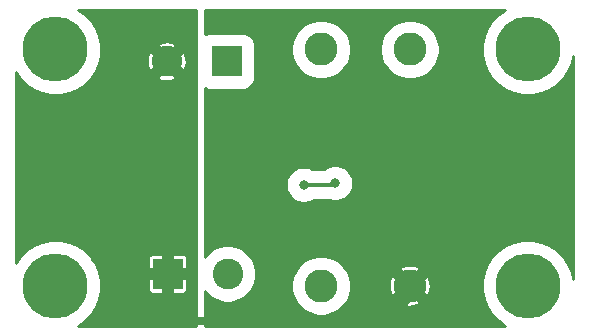
<source format=gbl>
%TF.GenerationSoftware,KiCad,Pcbnew,(5.1.6)-1*%
%TF.CreationDate,2020-08-13T16:19:10+01:00*%
%TF.ProjectId,current_sense,63757272-656e-4745-9f73-656e73652e6b,rev?*%
%TF.SameCoordinates,Original*%
%TF.FileFunction,Copper,L2,Bot*%
%TF.FilePolarity,Positive*%
%FSLAX46Y46*%
G04 Gerber Fmt 4.6, Leading zero omitted, Abs format (unit mm)*
G04 Created by KiCad (PCBNEW (5.1.6)-1) date 2020-08-13 16:19:10*
%MOMM*%
%LPD*%
G01*
G04 APERTURE LIST*
%TA.AperFunction,ComponentPad*%
%ADD10C,2.800000*%
%TD*%
%TA.AperFunction,ComponentPad*%
%ADD11C,2.600000*%
%TD*%
%TA.AperFunction,ComponentPad*%
%ADD12R,2.600000X2.600000*%
%TD*%
%TA.AperFunction,ViaPad*%
%ADD13C,5.500000*%
%TD*%
%TA.AperFunction,ViaPad*%
%ADD14C,2.032000*%
%TD*%
%TA.AperFunction,ViaPad*%
%ADD15C,0.800000*%
%TD*%
%TA.AperFunction,Conductor*%
%ADD16C,0.635000*%
%TD*%
%TA.AperFunction,Conductor*%
%ADD17C,0.304800*%
%TD*%
%TA.AperFunction,Conductor*%
%ADD18C,0.254000*%
%TD*%
G04 APERTURE END LIST*
D10*
%TO.P,TP4,1*%
%TO.N,Net-(TP4-Pad1)*%
X130000000Y-100000000D03*
%TD*%
%TO.P,TP3,1*%
%TO.N,VDD*%
X137500000Y-80000000D03*
%TD*%
%TO.P,TP2,1*%
%TO.N,GND*%
X137500000Y-100000000D03*
%TD*%
%TO.P,TP1,1*%
%TO.N,Net-(TP1-Pad1)*%
X130000000Y-80000000D03*
%TD*%
D11*
%TO.P,J2,2*%
%TO.N,/SENSE_N*%
X122080000Y-99000000D03*
D12*
%TO.P,J2,1*%
%TO.N,GND*%
X117000000Y-99000000D03*
%TD*%
D11*
%TO.P,J1,2*%
%TO.N,GND*%
X116920000Y-81000000D03*
D12*
%TO.P,J1,1*%
%TO.N,VDD*%
X122000000Y-81000000D03*
%TD*%
D13*
%TO.N,*%
X147500000Y-80000000D03*
X147500000Y-100000000D03*
X107500000Y-80000000D03*
X107500000Y-100000000D03*
D14*
%TO.N,GND*%
X140000000Y-90500000D03*
X138000000Y-94500000D03*
D15*
%TO.N,/SENSE_N*%
X128524000Y-91440000D03*
X131191000Y-91313000D03*
%TD*%
D16*
%TO.N,GND*%
X117000000Y-99000000D02*
X117000000Y-101000000D01*
X117000000Y-101000000D02*
X119000000Y-103000000D01*
X119000000Y-103000000D02*
X135500000Y-103000000D01*
X137500000Y-101000000D02*
X137500000Y-100000000D01*
X135500000Y-103000000D02*
X137500000Y-101000000D01*
D17*
%TO.N,/SENSE_N*%
X128524000Y-91440000D02*
X131064000Y-91440000D01*
X131064000Y-91440000D02*
X131191000Y-91313000D01*
%TD*%
D18*
%TO.N,GND*%
G36*
X119373000Y-103373000D02*
G01*
X109430364Y-103373000D01*
X109971443Y-103011462D01*
X110511462Y-102471443D01*
X110935753Y-101836448D01*
X111228009Y-101130879D01*
X111377000Y-100381851D01*
X111377000Y-100300000D01*
X115321176Y-100300000D01*
X115328455Y-100373905D01*
X115350012Y-100444970D01*
X115385019Y-100510463D01*
X115432131Y-100567869D01*
X115489537Y-100614981D01*
X115555030Y-100649988D01*
X115626095Y-100671545D01*
X115700000Y-100678824D01*
X116532750Y-100677000D01*
X116627000Y-100582750D01*
X116627000Y-99373000D01*
X117373000Y-99373000D01*
X117373000Y-100582750D01*
X117467250Y-100677000D01*
X118300000Y-100678824D01*
X118373905Y-100671545D01*
X118444970Y-100649988D01*
X118510463Y-100614981D01*
X118567869Y-100567869D01*
X118614981Y-100510463D01*
X118649988Y-100444970D01*
X118671545Y-100373905D01*
X118678824Y-100300000D01*
X118677000Y-99467250D01*
X118582750Y-99373000D01*
X117373000Y-99373000D01*
X116627000Y-99373000D01*
X115417250Y-99373000D01*
X115323000Y-99467250D01*
X115321176Y-100300000D01*
X111377000Y-100300000D01*
X111377000Y-99618149D01*
X111228009Y-98869121D01*
X110935753Y-98163552D01*
X110626017Y-97700000D01*
X115321176Y-97700000D01*
X115323000Y-98532750D01*
X115417250Y-98627000D01*
X116627000Y-98627000D01*
X116627000Y-97417250D01*
X117373000Y-97417250D01*
X117373000Y-98627000D01*
X118582750Y-98627000D01*
X118677000Y-98532750D01*
X118678824Y-97700000D01*
X118671545Y-97626095D01*
X118649988Y-97555030D01*
X118614981Y-97489537D01*
X118567869Y-97432131D01*
X118510463Y-97385019D01*
X118444970Y-97350012D01*
X118373905Y-97328455D01*
X118300000Y-97321176D01*
X117467250Y-97323000D01*
X117373000Y-97417250D01*
X116627000Y-97417250D01*
X116532750Y-97323000D01*
X115700000Y-97321176D01*
X115626095Y-97328455D01*
X115555030Y-97350012D01*
X115489537Y-97385019D01*
X115432131Y-97432131D01*
X115385019Y-97489537D01*
X115350012Y-97555030D01*
X115328455Y-97626095D01*
X115321176Y-97700000D01*
X110626017Y-97700000D01*
X110511462Y-97528557D01*
X109971443Y-96988538D01*
X109336448Y-96564247D01*
X108630879Y-96271991D01*
X107881851Y-96123000D01*
X107118149Y-96123000D01*
X106369121Y-96271991D01*
X105663552Y-96564247D01*
X105028557Y-96988538D01*
X104488538Y-97528557D01*
X104127000Y-98069636D01*
X104127000Y-81930364D01*
X104488538Y-82471443D01*
X105028557Y-83011462D01*
X105663552Y-83435753D01*
X106369121Y-83728009D01*
X107118149Y-83877000D01*
X107881851Y-83877000D01*
X108630879Y-83728009D01*
X109336448Y-83435753D01*
X109971443Y-83011462D01*
X110511462Y-82471443D01*
X110587727Y-82357304D01*
X116090197Y-82357304D01*
X116255848Y-82548713D01*
X116570749Y-82648525D01*
X116899071Y-82684985D01*
X117228197Y-82656691D01*
X117545480Y-82564732D01*
X117584152Y-82548713D01*
X117749803Y-82357304D01*
X116920000Y-81527502D01*
X116090197Y-82357304D01*
X110587727Y-82357304D01*
X110935753Y-81836448D01*
X111228009Y-81130879D01*
X111258205Y-80979071D01*
X115235015Y-80979071D01*
X115263309Y-81308197D01*
X115355268Y-81625480D01*
X115371287Y-81664152D01*
X115562696Y-81829803D01*
X116392498Y-81000000D01*
X117447502Y-81000000D01*
X118277304Y-81829803D01*
X118468713Y-81664152D01*
X118568525Y-81349251D01*
X118604985Y-81020929D01*
X118576691Y-80691803D01*
X118484732Y-80374520D01*
X118468713Y-80335848D01*
X118277304Y-80170197D01*
X117447502Y-81000000D01*
X116392498Y-81000000D01*
X115562696Y-80170197D01*
X115371287Y-80335848D01*
X115271475Y-80650749D01*
X115235015Y-80979071D01*
X111258205Y-80979071D01*
X111377000Y-80381851D01*
X111377000Y-79642696D01*
X116090197Y-79642696D01*
X116920000Y-80472498D01*
X117749803Y-79642696D01*
X117584152Y-79451287D01*
X117269251Y-79351475D01*
X116940929Y-79315015D01*
X116611803Y-79343309D01*
X116294520Y-79435268D01*
X116255848Y-79451287D01*
X116090197Y-79642696D01*
X111377000Y-79642696D01*
X111377000Y-79618149D01*
X111228009Y-78869121D01*
X110935753Y-78163552D01*
X110511462Y-77528557D01*
X109971443Y-76988538D01*
X109430364Y-76627000D01*
X119373000Y-76627000D01*
X119373000Y-103373000D01*
G37*
X119373000Y-103373000D02*
X109430364Y-103373000D01*
X109971443Y-103011462D01*
X110511462Y-102471443D01*
X110935753Y-101836448D01*
X111228009Y-101130879D01*
X111377000Y-100381851D01*
X111377000Y-100300000D01*
X115321176Y-100300000D01*
X115328455Y-100373905D01*
X115350012Y-100444970D01*
X115385019Y-100510463D01*
X115432131Y-100567869D01*
X115489537Y-100614981D01*
X115555030Y-100649988D01*
X115626095Y-100671545D01*
X115700000Y-100678824D01*
X116532750Y-100677000D01*
X116627000Y-100582750D01*
X116627000Y-99373000D01*
X117373000Y-99373000D01*
X117373000Y-100582750D01*
X117467250Y-100677000D01*
X118300000Y-100678824D01*
X118373905Y-100671545D01*
X118444970Y-100649988D01*
X118510463Y-100614981D01*
X118567869Y-100567869D01*
X118614981Y-100510463D01*
X118649988Y-100444970D01*
X118671545Y-100373905D01*
X118678824Y-100300000D01*
X118677000Y-99467250D01*
X118582750Y-99373000D01*
X117373000Y-99373000D01*
X116627000Y-99373000D01*
X115417250Y-99373000D01*
X115323000Y-99467250D01*
X115321176Y-100300000D01*
X111377000Y-100300000D01*
X111377000Y-99618149D01*
X111228009Y-98869121D01*
X110935753Y-98163552D01*
X110626017Y-97700000D01*
X115321176Y-97700000D01*
X115323000Y-98532750D01*
X115417250Y-98627000D01*
X116627000Y-98627000D01*
X116627000Y-97417250D01*
X117373000Y-97417250D01*
X117373000Y-98627000D01*
X118582750Y-98627000D01*
X118677000Y-98532750D01*
X118678824Y-97700000D01*
X118671545Y-97626095D01*
X118649988Y-97555030D01*
X118614981Y-97489537D01*
X118567869Y-97432131D01*
X118510463Y-97385019D01*
X118444970Y-97350012D01*
X118373905Y-97328455D01*
X118300000Y-97321176D01*
X117467250Y-97323000D01*
X117373000Y-97417250D01*
X116627000Y-97417250D01*
X116532750Y-97323000D01*
X115700000Y-97321176D01*
X115626095Y-97328455D01*
X115555030Y-97350012D01*
X115489537Y-97385019D01*
X115432131Y-97432131D01*
X115385019Y-97489537D01*
X115350012Y-97555030D01*
X115328455Y-97626095D01*
X115321176Y-97700000D01*
X110626017Y-97700000D01*
X110511462Y-97528557D01*
X109971443Y-96988538D01*
X109336448Y-96564247D01*
X108630879Y-96271991D01*
X107881851Y-96123000D01*
X107118149Y-96123000D01*
X106369121Y-96271991D01*
X105663552Y-96564247D01*
X105028557Y-96988538D01*
X104488538Y-97528557D01*
X104127000Y-98069636D01*
X104127000Y-81930364D01*
X104488538Y-82471443D01*
X105028557Y-83011462D01*
X105663552Y-83435753D01*
X106369121Y-83728009D01*
X107118149Y-83877000D01*
X107881851Y-83877000D01*
X108630879Y-83728009D01*
X109336448Y-83435753D01*
X109971443Y-83011462D01*
X110511462Y-82471443D01*
X110587727Y-82357304D01*
X116090197Y-82357304D01*
X116255848Y-82548713D01*
X116570749Y-82648525D01*
X116899071Y-82684985D01*
X117228197Y-82656691D01*
X117545480Y-82564732D01*
X117584152Y-82548713D01*
X117749803Y-82357304D01*
X116920000Y-81527502D01*
X116090197Y-82357304D01*
X110587727Y-82357304D01*
X110935753Y-81836448D01*
X111228009Y-81130879D01*
X111258205Y-80979071D01*
X115235015Y-80979071D01*
X115263309Y-81308197D01*
X115355268Y-81625480D01*
X115371287Y-81664152D01*
X115562696Y-81829803D01*
X116392498Y-81000000D01*
X117447502Y-81000000D01*
X118277304Y-81829803D01*
X118468713Y-81664152D01*
X118568525Y-81349251D01*
X118604985Y-81020929D01*
X118576691Y-80691803D01*
X118484732Y-80374520D01*
X118468713Y-80335848D01*
X118277304Y-80170197D01*
X117447502Y-81000000D01*
X116392498Y-81000000D01*
X115562696Y-80170197D01*
X115371287Y-80335848D01*
X115271475Y-80650749D01*
X115235015Y-80979071D01*
X111258205Y-80979071D01*
X111377000Y-80381851D01*
X111377000Y-79642696D01*
X116090197Y-79642696D01*
X116920000Y-80472498D01*
X117749803Y-79642696D01*
X117584152Y-79451287D01*
X117269251Y-79351475D01*
X116940929Y-79315015D01*
X116611803Y-79343309D01*
X116294520Y-79435268D01*
X116255848Y-79451287D01*
X116090197Y-79642696D01*
X111377000Y-79642696D01*
X111377000Y-79618149D01*
X111228009Y-78869121D01*
X110935753Y-78163552D01*
X110511462Y-77528557D01*
X109971443Y-76988538D01*
X109430364Y-76627000D01*
X119373000Y-76627000D01*
X119373000Y-103373000D01*
G36*
X145028557Y-76988538D02*
G01*
X144488538Y-77528557D01*
X144064247Y-78163552D01*
X143771991Y-78869121D01*
X143623000Y-79618149D01*
X143623000Y-80381851D01*
X143771991Y-81130879D01*
X144064247Y-81836448D01*
X144488538Y-82471443D01*
X145028557Y-83011462D01*
X145663552Y-83435753D01*
X146369121Y-83728009D01*
X147118149Y-83877000D01*
X147881851Y-83877000D01*
X148630879Y-83728009D01*
X149336448Y-83435753D01*
X149971443Y-83011462D01*
X150511462Y-82471443D01*
X150935753Y-81836448D01*
X151228009Y-81130879D01*
X151348001Y-80527639D01*
X151348000Y-99472357D01*
X151228009Y-98869121D01*
X150935753Y-98163552D01*
X150511462Y-97528557D01*
X149971443Y-96988538D01*
X149336448Y-96564247D01*
X148630879Y-96271991D01*
X147881851Y-96123000D01*
X147118149Y-96123000D01*
X146369121Y-96271991D01*
X145663552Y-96564247D01*
X145028557Y-96988538D01*
X144488538Y-97528557D01*
X144064247Y-98163552D01*
X143771991Y-98869121D01*
X143623000Y-99618149D01*
X143623000Y-100381851D01*
X143771991Y-101130879D01*
X144064247Y-101836448D01*
X144488538Y-102471443D01*
X145028557Y-103011462D01*
X145569636Y-103373000D01*
X120127000Y-103373000D01*
X120127000Y-100445613D01*
X120194826Y-100547122D01*
X120532878Y-100885174D01*
X120930385Y-101150779D01*
X121372070Y-101333732D01*
X121840961Y-101427000D01*
X122319039Y-101427000D01*
X122787930Y-101333732D01*
X123229615Y-101150779D01*
X123627122Y-100885174D01*
X123965174Y-100547122D01*
X124230779Y-100149615D01*
X124395845Y-99751112D01*
X127473000Y-99751112D01*
X127473000Y-100248888D01*
X127570111Y-100737099D01*
X127760602Y-101196983D01*
X128037151Y-101610869D01*
X128389131Y-101962849D01*
X128803017Y-102239398D01*
X129262901Y-102429889D01*
X129751112Y-102527000D01*
X130248888Y-102527000D01*
X130737099Y-102429889D01*
X131196983Y-102239398D01*
X131610869Y-101962849D01*
X131962849Y-101610869D01*
X132083521Y-101430269D01*
X136597233Y-101430269D01*
X136775370Y-101631953D01*
X137107671Y-101741964D01*
X137455050Y-101785032D01*
X137804156Y-101759502D01*
X138141574Y-101666356D01*
X138224630Y-101631953D01*
X138402767Y-101430269D01*
X137500000Y-100527502D01*
X136597233Y-101430269D01*
X132083521Y-101430269D01*
X132239398Y-101196983D01*
X132429889Y-100737099D01*
X132527000Y-100248888D01*
X132527000Y-99955050D01*
X135714968Y-99955050D01*
X135740498Y-100304156D01*
X135833644Y-100641574D01*
X135868047Y-100724630D01*
X136069731Y-100902767D01*
X136972498Y-100000000D01*
X138027502Y-100000000D01*
X138930269Y-100902767D01*
X139131953Y-100724630D01*
X139241964Y-100392329D01*
X139285032Y-100044950D01*
X139259502Y-99695844D01*
X139166356Y-99358426D01*
X139131953Y-99275370D01*
X138930269Y-99097233D01*
X138027502Y-100000000D01*
X136972498Y-100000000D01*
X136069731Y-99097233D01*
X135868047Y-99275370D01*
X135758036Y-99607671D01*
X135714968Y-99955050D01*
X132527000Y-99955050D01*
X132527000Y-99751112D01*
X132429889Y-99262901D01*
X132239398Y-98803017D01*
X132083522Y-98569731D01*
X136597233Y-98569731D01*
X137500000Y-99472498D01*
X138402767Y-98569731D01*
X138224630Y-98368047D01*
X137892329Y-98258036D01*
X137544950Y-98214968D01*
X137195844Y-98240498D01*
X136858426Y-98333644D01*
X136775370Y-98368047D01*
X136597233Y-98569731D01*
X132083522Y-98569731D01*
X131962849Y-98389131D01*
X131610869Y-98037151D01*
X131196983Y-97760602D01*
X130737099Y-97570111D01*
X130248888Y-97473000D01*
X129751112Y-97473000D01*
X129262901Y-97570111D01*
X128803017Y-97760602D01*
X128389131Y-98037151D01*
X128037151Y-98389131D01*
X127760602Y-98803017D01*
X127570111Y-99262901D01*
X127473000Y-99751112D01*
X124395845Y-99751112D01*
X124413732Y-99707930D01*
X124507000Y-99239039D01*
X124507000Y-98760961D01*
X124413732Y-98292070D01*
X124230779Y-97850385D01*
X123965174Y-97452878D01*
X123627122Y-97114826D01*
X123229615Y-96849221D01*
X122787930Y-96666268D01*
X122319039Y-96573000D01*
X121840961Y-96573000D01*
X121372070Y-96666268D01*
X120930385Y-96849221D01*
X120532878Y-97114826D01*
X120194826Y-97452878D01*
X120127000Y-97554387D01*
X120127000Y-91289604D01*
X126997000Y-91289604D01*
X126997000Y-91590396D01*
X127055681Y-91885410D01*
X127170790Y-92163306D01*
X127337901Y-92413406D01*
X127550594Y-92626099D01*
X127800694Y-92793210D01*
X128078590Y-92908319D01*
X128373604Y-92967000D01*
X128674396Y-92967000D01*
X128969410Y-92908319D01*
X129247306Y-92793210D01*
X129357771Y-92719400D01*
X130596105Y-92719400D01*
X130745590Y-92781319D01*
X131040604Y-92840000D01*
X131341396Y-92840000D01*
X131636410Y-92781319D01*
X131914306Y-92666210D01*
X132164406Y-92499099D01*
X132377099Y-92286406D01*
X132544210Y-92036306D01*
X132659319Y-91758410D01*
X132718000Y-91463396D01*
X132718000Y-91162604D01*
X132659319Y-90867590D01*
X132544210Y-90589694D01*
X132377099Y-90339594D01*
X132164406Y-90126901D01*
X131914306Y-89959790D01*
X131636410Y-89844681D01*
X131341396Y-89786000D01*
X131040604Y-89786000D01*
X130745590Y-89844681D01*
X130467694Y-89959790D01*
X130217594Y-90126901D01*
X130183895Y-90160600D01*
X129357771Y-90160600D01*
X129247306Y-90086790D01*
X128969410Y-89971681D01*
X128674396Y-89913000D01*
X128373604Y-89913000D01*
X128078590Y-89971681D01*
X127800694Y-90086790D01*
X127550594Y-90253901D01*
X127337901Y-90466594D01*
X127170790Y-90716694D01*
X127055681Y-90994590D01*
X126997000Y-91289604D01*
X120127000Y-91289604D01*
X120127000Y-83271617D01*
X120266629Y-83346250D01*
X120479069Y-83410693D01*
X120700000Y-83432453D01*
X123300000Y-83432453D01*
X123520931Y-83410693D01*
X123733371Y-83346250D01*
X123929157Y-83241600D01*
X124100765Y-83100765D01*
X124241600Y-82929157D01*
X124346250Y-82733371D01*
X124410693Y-82520931D01*
X124432453Y-82300000D01*
X124432453Y-79751112D01*
X127473000Y-79751112D01*
X127473000Y-80248888D01*
X127570111Y-80737099D01*
X127760602Y-81196983D01*
X128037151Y-81610869D01*
X128389131Y-81962849D01*
X128803017Y-82239398D01*
X129262901Y-82429889D01*
X129751112Y-82527000D01*
X130248888Y-82527000D01*
X130737099Y-82429889D01*
X131196983Y-82239398D01*
X131610869Y-81962849D01*
X131962849Y-81610869D01*
X132239398Y-81196983D01*
X132429889Y-80737099D01*
X132527000Y-80248888D01*
X132527000Y-79751112D01*
X134973000Y-79751112D01*
X134973000Y-80248888D01*
X135070111Y-80737099D01*
X135260602Y-81196983D01*
X135537151Y-81610869D01*
X135889131Y-81962849D01*
X136303017Y-82239398D01*
X136762901Y-82429889D01*
X137251112Y-82527000D01*
X137748888Y-82527000D01*
X138237099Y-82429889D01*
X138696983Y-82239398D01*
X139110869Y-81962849D01*
X139462849Y-81610869D01*
X139739398Y-81196983D01*
X139929889Y-80737099D01*
X140027000Y-80248888D01*
X140027000Y-79751112D01*
X139929889Y-79262901D01*
X139739398Y-78803017D01*
X139462849Y-78389131D01*
X139110869Y-78037151D01*
X138696983Y-77760602D01*
X138237099Y-77570111D01*
X137748888Y-77473000D01*
X137251112Y-77473000D01*
X136762901Y-77570111D01*
X136303017Y-77760602D01*
X135889131Y-78037151D01*
X135537151Y-78389131D01*
X135260602Y-78803017D01*
X135070111Y-79262901D01*
X134973000Y-79751112D01*
X132527000Y-79751112D01*
X132429889Y-79262901D01*
X132239398Y-78803017D01*
X131962849Y-78389131D01*
X131610869Y-78037151D01*
X131196983Y-77760602D01*
X130737099Y-77570111D01*
X130248888Y-77473000D01*
X129751112Y-77473000D01*
X129262901Y-77570111D01*
X128803017Y-77760602D01*
X128389131Y-78037151D01*
X128037151Y-78389131D01*
X127760602Y-78803017D01*
X127570111Y-79262901D01*
X127473000Y-79751112D01*
X124432453Y-79751112D01*
X124432453Y-79700000D01*
X124410693Y-79479069D01*
X124346250Y-79266629D01*
X124241600Y-79070843D01*
X124100765Y-78899235D01*
X123929157Y-78758400D01*
X123733371Y-78653750D01*
X123520931Y-78589307D01*
X123300000Y-78567547D01*
X120700000Y-78567547D01*
X120479069Y-78589307D01*
X120266629Y-78653750D01*
X120127000Y-78728383D01*
X120127000Y-76627000D01*
X145569636Y-76627000D01*
X145028557Y-76988538D01*
G37*
X145028557Y-76988538D02*
X144488538Y-77528557D01*
X144064247Y-78163552D01*
X143771991Y-78869121D01*
X143623000Y-79618149D01*
X143623000Y-80381851D01*
X143771991Y-81130879D01*
X144064247Y-81836448D01*
X144488538Y-82471443D01*
X145028557Y-83011462D01*
X145663552Y-83435753D01*
X146369121Y-83728009D01*
X147118149Y-83877000D01*
X147881851Y-83877000D01*
X148630879Y-83728009D01*
X149336448Y-83435753D01*
X149971443Y-83011462D01*
X150511462Y-82471443D01*
X150935753Y-81836448D01*
X151228009Y-81130879D01*
X151348001Y-80527639D01*
X151348000Y-99472357D01*
X151228009Y-98869121D01*
X150935753Y-98163552D01*
X150511462Y-97528557D01*
X149971443Y-96988538D01*
X149336448Y-96564247D01*
X148630879Y-96271991D01*
X147881851Y-96123000D01*
X147118149Y-96123000D01*
X146369121Y-96271991D01*
X145663552Y-96564247D01*
X145028557Y-96988538D01*
X144488538Y-97528557D01*
X144064247Y-98163552D01*
X143771991Y-98869121D01*
X143623000Y-99618149D01*
X143623000Y-100381851D01*
X143771991Y-101130879D01*
X144064247Y-101836448D01*
X144488538Y-102471443D01*
X145028557Y-103011462D01*
X145569636Y-103373000D01*
X120127000Y-103373000D01*
X120127000Y-100445613D01*
X120194826Y-100547122D01*
X120532878Y-100885174D01*
X120930385Y-101150779D01*
X121372070Y-101333732D01*
X121840961Y-101427000D01*
X122319039Y-101427000D01*
X122787930Y-101333732D01*
X123229615Y-101150779D01*
X123627122Y-100885174D01*
X123965174Y-100547122D01*
X124230779Y-100149615D01*
X124395845Y-99751112D01*
X127473000Y-99751112D01*
X127473000Y-100248888D01*
X127570111Y-100737099D01*
X127760602Y-101196983D01*
X128037151Y-101610869D01*
X128389131Y-101962849D01*
X128803017Y-102239398D01*
X129262901Y-102429889D01*
X129751112Y-102527000D01*
X130248888Y-102527000D01*
X130737099Y-102429889D01*
X131196983Y-102239398D01*
X131610869Y-101962849D01*
X131962849Y-101610869D01*
X132083521Y-101430269D01*
X136597233Y-101430269D01*
X136775370Y-101631953D01*
X137107671Y-101741964D01*
X137455050Y-101785032D01*
X137804156Y-101759502D01*
X138141574Y-101666356D01*
X138224630Y-101631953D01*
X138402767Y-101430269D01*
X137500000Y-100527502D01*
X136597233Y-101430269D01*
X132083521Y-101430269D01*
X132239398Y-101196983D01*
X132429889Y-100737099D01*
X132527000Y-100248888D01*
X132527000Y-99955050D01*
X135714968Y-99955050D01*
X135740498Y-100304156D01*
X135833644Y-100641574D01*
X135868047Y-100724630D01*
X136069731Y-100902767D01*
X136972498Y-100000000D01*
X138027502Y-100000000D01*
X138930269Y-100902767D01*
X139131953Y-100724630D01*
X139241964Y-100392329D01*
X139285032Y-100044950D01*
X139259502Y-99695844D01*
X139166356Y-99358426D01*
X139131953Y-99275370D01*
X138930269Y-99097233D01*
X138027502Y-100000000D01*
X136972498Y-100000000D01*
X136069731Y-99097233D01*
X135868047Y-99275370D01*
X135758036Y-99607671D01*
X135714968Y-99955050D01*
X132527000Y-99955050D01*
X132527000Y-99751112D01*
X132429889Y-99262901D01*
X132239398Y-98803017D01*
X132083522Y-98569731D01*
X136597233Y-98569731D01*
X137500000Y-99472498D01*
X138402767Y-98569731D01*
X138224630Y-98368047D01*
X137892329Y-98258036D01*
X137544950Y-98214968D01*
X137195844Y-98240498D01*
X136858426Y-98333644D01*
X136775370Y-98368047D01*
X136597233Y-98569731D01*
X132083522Y-98569731D01*
X131962849Y-98389131D01*
X131610869Y-98037151D01*
X131196983Y-97760602D01*
X130737099Y-97570111D01*
X130248888Y-97473000D01*
X129751112Y-97473000D01*
X129262901Y-97570111D01*
X128803017Y-97760602D01*
X128389131Y-98037151D01*
X128037151Y-98389131D01*
X127760602Y-98803017D01*
X127570111Y-99262901D01*
X127473000Y-99751112D01*
X124395845Y-99751112D01*
X124413732Y-99707930D01*
X124507000Y-99239039D01*
X124507000Y-98760961D01*
X124413732Y-98292070D01*
X124230779Y-97850385D01*
X123965174Y-97452878D01*
X123627122Y-97114826D01*
X123229615Y-96849221D01*
X122787930Y-96666268D01*
X122319039Y-96573000D01*
X121840961Y-96573000D01*
X121372070Y-96666268D01*
X120930385Y-96849221D01*
X120532878Y-97114826D01*
X120194826Y-97452878D01*
X120127000Y-97554387D01*
X120127000Y-91289604D01*
X126997000Y-91289604D01*
X126997000Y-91590396D01*
X127055681Y-91885410D01*
X127170790Y-92163306D01*
X127337901Y-92413406D01*
X127550594Y-92626099D01*
X127800694Y-92793210D01*
X128078590Y-92908319D01*
X128373604Y-92967000D01*
X128674396Y-92967000D01*
X128969410Y-92908319D01*
X129247306Y-92793210D01*
X129357771Y-92719400D01*
X130596105Y-92719400D01*
X130745590Y-92781319D01*
X131040604Y-92840000D01*
X131341396Y-92840000D01*
X131636410Y-92781319D01*
X131914306Y-92666210D01*
X132164406Y-92499099D01*
X132377099Y-92286406D01*
X132544210Y-92036306D01*
X132659319Y-91758410D01*
X132718000Y-91463396D01*
X132718000Y-91162604D01*
X132659319Y-90867590D01*
X132544210Y-90589694D01*
X132377099Y-90339594D01*
X132164406Y-90126901D01*
X131914306Y-89959790D01*
X131636410Y-89844681D01*
X131341396Y-89786000D01*
X131040604Y-89786000D01*
X130745590Y-89844681D01*
X130467694Y-89959790D01*
X130217594Y-90126901D01*
X130183895Y-90160600D01*
X129357771Y-90160600D01*
X129247306Y-90086790D01*
X128969410Y-89971681D01*
X128674396Y-89913000D01*
X128373604Y-89913000D01*
X128078590Y-89971681D01*
X127800694Y-90086790D01*
X127550594Y-90253901D01*
X127337901Y-90466594D01*
X127170790Y-90716694D01*
X127055681Y-90994590D01*
X126997000Y-91289604D01*
X120127000Y-91289604D01*
X120127000Y-83271617D01*
X120266629Y-83346250D01*
X120479069Y-83410693D01*
X120700000Y-83432453D01*
X123300000Y-83432453D01*
X123520931Y-83410693D01*
X123733371Y-83346250D01*
X123929157Y-83241600D01*
X124100765Y-83100765D01*
X124241600Y-82929157D01*
X124346250Y-82733371D01*
X124410693Y-82520931D01*
X124432453Y-82300000D01*
X124432453Y-79751112D01*
X127473000Y-79751112D01*
X127473000Y-80248888D01*
X127570111Y-80737099D01*
X127760602Y-81196983D01*
X128037151Y-81610869D01*
X128389131Y-81962849D01*
X128803017Y-82239398D01*
X129262901Y-82429889D01*
X129751112Y-82527000D01*
X130248888Y-82527000D01*
X130737099Y-82429889D01*
X131196983Y-82239398D01*
X131610869Y-81962849D01*
X131962849Y-81610869D01*
X132239398Y-81196983D01*
X132429889Y-80737099D01*
X132527000Y-80248888D01*
X132527000Y-79751112D01*
X134973000Y-79751112D01*
X134973000Y-80248888D01*
X135070111Y-80737099D01*
X135260602Y-81196983D01*
X135537151Y-81610869D01*
X135889131Y-81962849D01*
X136303017Y-82239398D01*
X136762901Y-82429889D01*
X137251112Y-82527000D01*
X137748888Y-82527000D01*
X138237099Y-82429889D01*
X138696983Y-82239398D01*
X139110869Y-81962849D01*
X139462849Y-81610869D01*
X139739398Y-81196983D01*
X139929889Y-80737099D01*
X140027000Y-80248888D01*
X140027000Y-79751112D01*
X139929889Y-79262901D01*
X139739398Y-78803017D01*
X139462849Y-78389131D01*
X139110869Y-78037151D01*
X138696983Y-77760602D01*
X138237099Y-77570111D01*
X137748888Y-77473000D01*
X137251112Y-77473000D01*
X136762901Y-77570111D01*
X136303017Y-77760602D01*
X135889131Y-78037151D01*
X135537151Y-78389131D01*
X135260602Y-78803017D01*
X135070111Y-79262901D01*
X134973000Y-79751112D01*
X132527000Y-79751112D01*
X132429889Y-79262901D01*
X132239398Y-78803017D01*
X131962849Y-78389131D01*
X131610869Y-78037151D01*
X131196983Y-77760602D01*
X130737099Y-77570111D01*
X130248888Y-77473000D01*
X129751112Y-77473000D01*
X129262901Y-77570111D01*
X128803017Y-77760602D01*
X128389131Y-78037151D01*
X128037151Y-78389131D01*
X127760602Y-78803017D01*
X127570111Y-79262901D01*
X127473000Y-79751112D01*
X124432453Y-79751112D01*
X124432453Y-79700000D01*
X124410693Y-79479069D01*
X124346250Y-79266629D01*
X124241600Y-79070843D01*
X124100765Y-78899235D01*
X123929157Y-78758400D01*
X123733371Y-78653750D01*
X123520931Y-78589307D01*
X123300000Y-78567547D01*
X120700000Y-78567547D01*
X120479069Y-78589307D01*
X120266629Y-78653750D01*
X120127000Y-78728383D01*
X120127000Y-76627000D01*
X145569636Y-76627000D01*
X145028557Y-76988538D01*
%TD*%
M02*

</source>
